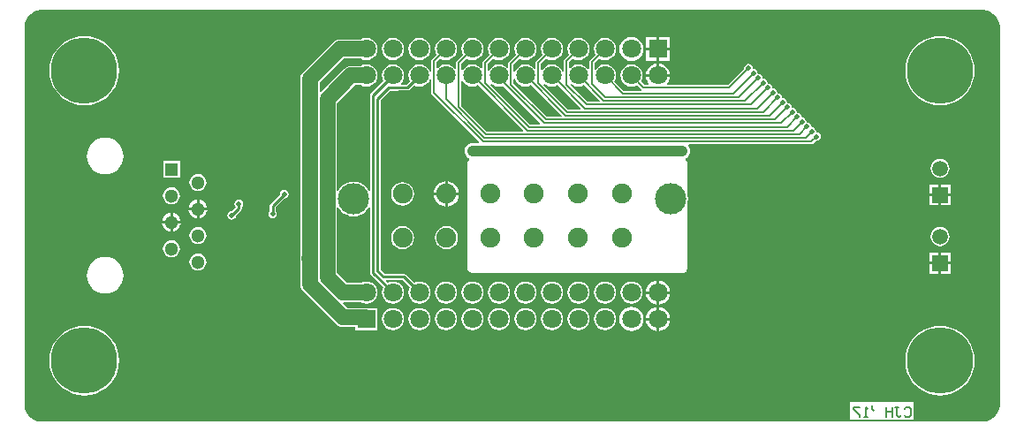
<source format=gbl>
G04 Layer_Physical_Order=2*
G04 Layer_Color=16711680*
%FSLAX25Y25*%
%MOIN*%
G70*
G01*
G75*
%ADD11C,0.01000*%
%ADD12C,0.06000*%
%ADD13C,0.00800*%
%ADD14C,0.00700*%
%ADD15C,0.25000*%
%ADD16C,0.05118*%
%ADD17R,0.05118X0.05118*%
%ADD18C,0.07087*%
%ADD19R,0.07087X0.07087*%
%ADD20C,0.11811*%
%ADD21C,0.07480*%
%ADD22C,0.05905*%
%ADD23R,0.05905X0.05905*%
%ADD24C,0.03600*%
%ADD25C,0.02000*%
%ADD26C,0.04000*%
%ADD27C,0.04000*%
G36*
X179165Y77457D02*
X180412Y76941D01*
X181535Y76190D01*
X182490Y75236D01*
X183240Y74113D01*
X183756Y72865D01*
X184020Y71541D01*
Y70866D01*
Y-70866D01*
Y-71541D01*
X183756Y-72865D01*
X183240Y-74113D01*
X182490Y-75236D01*
X181535Y-76190D01*
X180412Y-76941D01*
X179165Y-77457D01*
X177840Y-77721D01*
X-177840D01*
X-179165Y-77457D01*
X-180412Y-76941D01*
X-181535Y-76190D01*
X-182490Y-75236D01*
X-183240Y-74113D01*
X-183756Y-72865D01*
X-184020Y-71541D01*
Y-70866D01*
Y70866D01*
Y71541D01*
X-183756Y72865D01*
X-183240Y74113D01*
X-182490Y75236D01*
X-181535Y76190D01*
X-180412Y76941D01*
X-179165Y77457D01*
X-177840Y77721D01*
X177840D01*
X179165Y77457D01*
D02*
G37*
%LPC*%
G36*
X45000Y-24797D02*
X43918Y-24940D01*
X42911Y-25357D01*
X42045Y-26021D01*
X41381Y-26887D01*
X40963Y-27895D01*
X40821Y-28976D01*
X40963Y-30058D01*
X41381Y-31066D01*
X42045Y-31931D01*
X42911Y-32596D01*
X43918Y-33013D01*
X45000Y-33155D01*
X46082Y-33013D01*
X47089Y-32596D01*
X47955Y-31931D01*
X48619Y-31066D01*
X49037Y-30058D01*
X49179Y-28976D01*
X49037Y-27895D01*
X48619Y-26887D01*
X47955Y-26021D01*
X47089Y-25357D01*
X46082Y-24940D01*
X45000Y-24797D01*
D02*
G37*
G36*
X35000D02*
X33918Y-24940D01*
X32910Y-25357D01*
X32045Y-26021D01*
X31381Y-26887D01*
X30963Y-27895D01*
X30821Y-28976D01*
X30963Y-30058D01*
X31381Y-31066D01*
X32045Y-31931D01*
X32910Y-32596D01*
X33918Y-33013D01*
X35000Y-33155D01*
X36082Y-33013D01*
X37089Y-32596D01*
X37955Y-31931D01*
X38619Y-31066D01*
X39037Y-30058D01*
X39179Y-28976D01*
X39037Y-27895D01*
X38619Y-26887D01*
X37955Y-26021D01*
X37089Y-25357D01*
X36082Y-24940D01*
X35000Y-24797D01*
D02*
G37*
G36*
X-153543Y-15571D02*
X-154896Y-15705D01*
X-156196Y-16099D01*
X-157395Y-16740D01*
X-158445Y-17602D01*
X-159308Y-18652D01*
X-159948Y-19851D01*
X-160343Y-21151D01*
X-160476Y-22504D01*
X-160343Y-23856D01*
X-159948Y-25157D01*
X-159308Y-26355D01*
X-158445Y-27406D01*
X-157395Y-28268D01*
X-156196Y-28909D01*
X-154896Y-29303D01*
X-153543Y-29436D01*
X-152191Y-29303D01*
X-150890Y-28909D01*
X-149692Y-28268D01*
X-148641Y-27406D01*
X-147779Y-26355D01*
X-147138Y-25157D01*
X-146744Y-23856D01*
X-146611Y-22504D01*
X-146744Y-21151D01*
X-147138Y-19851D01*
X-147779Y-18652D01*
X-148641Y-17602D01*
X-149692Y-16740D01*
X-150890Y-16099D01*
X-152191Y-15705D01*
X-153543Y-15571D01*
D02*
G37*
G36*
X55500Y-24460D02*
Y-28476D01*
X59517D01*
X59426Y-27790D01*
X58969Y-26685D01*
X58240Y-25736D01*
X57291Y-25008D01*
X56186Y-24550D01*
X55500Y-24460D01*
D02*
G37*
G36*
X54500D02*
X53814Y-24550D01*
X52709Y-25008D01*
X51760Y-25736D01*
X51031Y-26685D01*
X50574Y-27790D01*
X50483Y-28476D01*
X54500D01*
Y-24460D01*
D02*
G37*
G36*
X-5000Y-24797D02*
X-6082Y-24940D01*
X-7090Y-25357D01*
X-7955Y-26021D01*
X-8619Y-26887D01*
X-9037Y-27895D01*
X-9179Y-28976D01*
X-9037Y-30058D01*
X-8619Y-31066D01*
X-7955Y-31931D01*
X-7090Y-32596D01*
X-6082Y-33013D01*
X-5000Y-33155D01*
X-3918Y-33013D01*
X-2911Y-32596D01*
X-2045Y-31931D01*
X-1381Y-31066D01*
X-963Y-30058D01*
X-821Y-28976D01*
X-963Y-27895D01*
X-1381Y-26887D01*
X-2045Y-26021D01*
X-2911Y-25357D01*
X-3918Y-24940D01*
X-5000Y-24797D01*
D02*
G37*
G36*
X-15000D02*
X-16082Y-24940D01*
X-17089Y-25357D01*
X-17955Y-26021D01*
X-18619Y-26887D01*
X-19037Y-27895D01*
X-19179Y-28976D01*
X-19037Y-30058D01*
X-18619Y-31066D01*
X-17955Y-31931D01*
X-17089Y-32596D01*
X-16082Y-33013D01*
X-15000Y-33155D01*
X-13918Y-33013D01*
X-12911Y-32596D01*
X-12045Y-31931D01*
X-11381Y-31066D01*
X-10963Y-30058D01*
X-10821Y-28976D01*
X-10963Y-27895D01*
X-11381Y-26887D01*
X-12045Y-26021D01*
X-12911Y-25357D01*
X-13918Y-24940D01*
X-15000Y-24797D01*
D02*
G37*
G36*
X5000D02*
X3918Y-24940D01*
X2911Y-25357D01*
X2045Y-26021D01*
X1381Y-26887D01*
X963Y-27895D01*
X821Y-28976D01*
X963Y-30058D01*
X1381Y-31066D01*
X2045Y-31931D01*
X2911Y-32596D01*
X3918Y-33013D01*
X5000Y-33155D01*
X6082Y-33013D01*
X7090Y-32596D01*
X7955Y-31931D01*
X8619Y-31066D01*
X9037Y-30058D01*
X9179Y-28976D01*
X9037Y-27895D01*
X8619Y-26887D01*
X7955Y-26021D01*
X7090Y-25357D01*
X6082Y-24940D01*
X5000Y-24797D01*
D02*
G37*
G36*
X25000D02*
X23918Y-24940D01*
X22910Y-25357D01*
X22045Y-26021D01*
X21381Y-26887D01*
X20963Y-27895D01*
X20821Y-28976D01*
X20963Y-30058D01*
X21381Y-31066D01*
X22045Y-31931D01*
X22910Y-32596D01*
X23918Y-33013D01*
X25000Y-33155D01*
X26082Y-33013D01*
X27090Y-32596D01*
X27955Y-31931D01*
X28619Y-31066D01*
X29037Y-30058D01*
X29179Y-28976D01*
X29037Y-27895D01*
X28619Y-26887D01*
X27955Y-26021D01*
X27090Y-25357D01*
X26082Y-24940D01*
X25000Y-24797D01*
D02*
G37*
G36*
X15000D02*
X13918Y-24940D01*
X12911Y-25357D01*
X12045Y-26021D01*
X11381Y-26887D01*
X10963Y-27895D01*
X10821Y-28976D01*
X10963Y-30058D01*
X11381Y-31066D01*
X12045Y-31931D01*
X12911Y-32596D01*
X13918Y-33013D01*
X15000Y-33155D01*
X16082Y-33013D01*
X17089Y-32596D01*
X17955Y-31931D01*
X18619Y-31066D01*
X19037Y-30058D01*
X19179Y-28976D01*
X19037Y-27895D01*
X18619Y-26887D01*
X17955Y-26021D01*
X17089Y-25357D01*
X16082Y-24940D01*
X15000Y-24797D01*
D02*
G37*
G36*
X-41339Y-3890D02*
X-42472Y-4039D01*
X-43527Y-4477D01*
X-44434Y-5172D01*
X-45130Y-6079D01*
X-45567Y-7135D01*
X-45716Y-8268D01*
X-45567Y-9401D01*
X-45130Y-10457D01*
X-44434Y-11363D01*
X-43527Y-12059D01*
X-42472Y-12496D01*
X-41339Y-12645D01*
X-40206Y-12496D01*
X-39150Y-12059D01*
X-38243Y-11363D01*
X-37547Y-10457D01*
X-37110Y-9401D01*
X-36961Y-8268D01*
X-37110Y-7135D01*
X-37547Y-6079D01*
X-38243Y-5172D01*
X-39150Y-4477D01*
X-40206Y-4039D01*
X-41339Y-3890D01*
D02*
G37*
G36*
X-128543Y-9318D02*
X-129368Y-9426D01*
X-130137Y-9745D01*
X-130796Y-10251D01*
X-131303Y-10911D01*
X-131621Y-11679D01*
X-131730Y-12504D01*
X-131621Y-13329D01*
X-131303Y-14097D01*
X-130796Y-14757D01*
X-130137Y-15263D01*
X-129368Y-15582D01*
X-128543Y-15690D01*
X-127719Y-15582D01*
X-126950Y-15263D01*
X-126290Y-14757D01*
X-125784Y-14097D01*
X-125466Y-13329D01*
X-125357Y-12504D01*
X-125466Y-11679D01*
X-125784Y-10911D01*
X-126290Y-10251D01*
X-126950Y-9745D01*
X-127719Y-9426D01*
X-128543Y-9318D01*
D02*
G37*
G36*
X-24803Y-3890D02*
X-25936Y-4039D01*
X-26992Y-4477D01*
X-27899Y-5172D01*
X-28594Y-6079D01*
X-29032Y-7135D01*
X-29181Y-8268D01*
X-29032Y-9401D01*
X-28594Y-10457D01*
X-27899Y-11363D01*
X-26992Y-12059D01*
X-25936Y-12496D01*
X-24803Y-12645D01*
X-23670Y-12496D01*
X-22614Y-12059D01*
X-21708Y-11363D01*
X-21012Y-10457D01*
X-20575Y-9401D01*
X-20426Y-8268D01*
X-20575Y-7135D01*
X-21012Y-6079D01*
X-21708Y-5172D01*
X-22614Y-4477D01*
X-23670Y-4039D01*
X-24803Y-3890D01*
D02*
G37*
G36*
X-118543Y-4318D02*
X-119368Y-4426D01*
X-120136Y-4744D01*
X-120796Y-5251D01*
X-121303Y-5911D01*
X-121621Y-6679D01*
X-121730Y-7504D01*
X-121621Y-8329D01*
X-121303Y-9097D01*
X-120796Y-9757D01*
X-120136Y-10263D01*
X-119368Y-10582D01*
X-118543Y-10690D01*
X-117719Y-10582D01*
X-116950Y-10263D01*
X-116290Y-9757D01*
X-115784Y-9097D01*
X-115466Y-8329D01*
X-115357Y-7504D01*
X-115466Y-6679D01*
X-115784Y-5911D01*
X-116290Y-5251D01*
X-116950Y-4744D01*
X-117719Y-4426D01*
X-118543Y-4318D01*
D02*
G37*
G36*
X161417Y-4291D02*
X160490Y-4413D01*
X159626Y-4771D01*
X158884Y-5340D01*
X158314Y-6082D01*
X157956Y-6947D01*
X157834Y-7874D01*
X157956Y-8801D01*
X158314Y-9666D01*
X158884Y-10408D01*
X159626Y-10977D01*
X160490Y-11335D01*
X161417Y-11457D01*
X162345Y-11335D01*
X163209Y-10977D01*
X163951Y-10408D01*
X164521Y-9666D01*
X164879Y-8801D01*
X165001Y-7874D01*
X164879Y-6947D01*
X164521Y-6082D01*
X163951Y-5340D01*
X163209Y-4771D01*
X162345Y-4413D01*
X161417Y-4291D01*
D02*
G37*
G36*
X165370Y-18374D02*
X161917D01*
Y-21827D01*
X165370D01*
Y-18374D01*
D02*
G37*
G36*
X160917D02*
X157465D01*
Y-21827D01*
X160917D01*
Y-18374D01*
D02*
G37*
G36*
X-118543Y-14318D02*
X-119368Y-14426D01*
X-120136Y-14744D01*
X-120796Y-15251D01*
X-121303Y-15911D01*
X-121621Y-16679D01*
X-121730Y-17504D01*
X-121621Y-18329D01*
X-121303Y-19097D01*
X-120796Y-19757D01*
X-120136Y-20263D01*
X-119368Y-20582D01*
X-118543Y-20690D01*
X-117719Y-20582D01*
X-116950Y-20263D01*
X-116290Y-19757D01*
X-115784Y-19097D01*
X-115466Y-18329D01*
X-115357Y-17504D01*
X-115466Y-16679D01*
X-115784Y-15911D01*
X-116290Y-15251D01*
X-116950Y-14744D01*
X-117719Y-14426D01*
X-118543Y-14318D01*
D02*
G37*
G36*
X165370Y-13921D02*
X161917D01*
Y-17374D01*
X165370D01*
Y-13921D01*
D02*
G37*
G36*
X160917D02*
X157465D01*
Y-17374D01*
X160917D01*
Y-13921D01*
D02*
G37*
G36*
X-45000Y-34797D02*
X-46082Y-34940D01*
X-47089Y-35357D01*
X-47955Y-36021D01*
X-48619Y-36887D01*
X-49037Y-37895D01*
X-49179Y-38976D01*
X-49037Y-40058D01*
X-48619Y-41066D01*
X-47955Y-41931D01*
X-47089Y-42595D01*
X-46082Y-43013D01*
X-45000Y-43155D01*
X-43918Y-43013D01*
X-42911Y-42595D01*
X-42045Y-41931D01*
X-41381Y-41066D01*
X-40963Y-40058D01*
X-40821Y-38976D01*
X-40963Y-37895D01*
X-41381Y-36887D01*
X-42045Y-36021D01*
X-42911Y-35357D01*
X-43918Y-34940D01*
X-45000Y-34797D01*
D02*
G37*
G36*
X59517Y-39476D02*
X55500D01*
Y-43493D01*
X56186Y-43403D01*
X57291Y-42945D01*
X58240Y-42217D01*
X58969Y-41268D01*
X59426Y-40162D01*
X59517Y-39476D01*
D02*
G37*
G36*
X-35000Y-34797D02*
X-36082Y-34940D01*
X-37089Y-35357D01*
X-37955Y-36021D01*
X-38619Y-36887D01*
X-39037Y-37895D01*
X-39179Y-38976D01*
X-39037Y-40058D01*
X-38619Y-41066D01*
X-37955Y-41931D01*
X-37089Y-42595D01*
X-36082Y-43013D01*
X-35000Y-43155D01*
X-33918Y-43013D01*
X-32910Y-42595D01*
X-32045Y-41931D01*
X-31381Y-41066D01*
X-30963Y-40058D01*
X-30821Y-38976D01*
X-30963Y-37895D01*
X-31381Y-36887D01*
X-32045Y-36021D01*
X-32910Y-35357D01*
X-33918Y-34940D01*
X-35000Y-34797D01*
D02*
G37*
G36*
X-15000D02*
X-16082Y-34940D01*
X-17089Y-35357D01*
X-17955Y-36021D01*
X-18619Y-36887D01*
X-19037Y-37895D01*
X-19179Y-38976D01*
X-19037Y-40058D01*
X-18619Y-41066D01*
X-17955Y-41931D01*
X-17089Y-42595D01*
X-16082Y-43013D01*
X-15000Y-43155D01*
X-13918Y-43013D01*
X-12911Y-42595D01*
X-12045Y-41931D01*
X-11381Y-41066D01*
X-10963Y-40058D01*
X-10821Y-38976D01*
X-10963Y-37895D01*
X-11381Y-36887D01*
X-12045Y-36021D01*
X-12911Y-35357D01*
X-13918Y-34940D01*
X-15000Y-34797D01*
D02*
G37*
G36*
X-25000D02*
X-26082Y-34940D01*
X-27090Y-35357D01*
X-27955Y-36021D01*
X-28619Y-36887D01*
X-29037Y-37895D01*
X-29179Y-38976D01*
X-29037Y-40058D01*
X-28619Y-41066D01*
X-27955Y-41931D01*
X-27090Y-42595D01*
X-26082Y-43013D01*
X-25000Y-43155D01*
X-23918Y-43013D01*
X-22910Y-42595D01*
X-22045Y-41931D01*
X-21381Y-41066D01*
X-20963Y-40058D01*
X-20821Y-38976D01*
X-20963Y-37895D01*
X-21381Y-36887D01*
X-22045Y-36021D01*
X-22910Y-35357D01*
X-23918Y-34940D01*
X-25000Y-34797D01*
D02*
G37*
G36*
X-161417Y-41584D02*
X-163473Y-41746D01*
X-165478Y-42227D01*
X-167383Y-43016D01*
X-169141Y-44093D01*
X-170709Y-45433D01*
X-172048Y-47001D01*
X-173126Y-48759D01*
X-173915Y-50664D01*
X-174396Y-52669D01*
X-174558Y-54724D01*
X-174396Y-56780D01*
X-173915Y-58785D01*
X-173126Y-60690D01*
X-172048Y-62448D01*
X-170709Y-64016D01*
X-169141Y-65355D01*
X-167383Y-66433D01*
X-165478Y-67222D01*
X-163473Y-67703D01*
X-161417Y-67865D01*
X-159362Y-67703D01*
X-157357Y-67222D01*
X-155452Y-66433D01*
X-153693Y-65355D01*
X-152126Y-64016D01*
X-150786Y-62448D01*
X-149709Y-60690D01*
X-148920Y-58785D01*
X-148439Y-56780D01*
X-148277Y-54724D01*
X-148439Y-52669D01*
X-148920Y-50664D01*
X-149709Y-48759D01*
X-150786Y-47001D01*
X-152126Y-45433D01*
X-153693Y-44093D01*
X-155452Y-43016D01*
X-157357Y-42227D01*
X-159362Y-41746D01*
X-161417Y-41584D01*
D02*
G37*
G36*
X151584Y-70414D02*
X127408D01*
Y-77096D01*
X151584D01*
Y-70414D01*
D02*
G37*
G36*
X161417Y-41584D02*
X159362Y-41746D01*
X157357Y-42227D01*
X155452Y-43016D01*
X153693Y-44093D01*
X152126Y-45433D01*
X150786Y-47001D01*
X149709Y-48759D01*
X148920Y-50664D01*
X148439Y-52669D01*
X148277Y-54724D01*
X148439Y-56780D01*
X148920Y-58785D01*
X149709Y-60690D01*
X150786Y-62448D01*
X152126Y-64016D01*
X153693Y-65355D01*
X155452Y-66433D01*
X157357Y-67222D01*
X159362Y-67703D01*
X161417Y-67865D01*
X163473Y-67703D01*
X165478Y-67222D01*
X167383Y-66433D01*
X169141Y-65355D01*
X170709Y-64016D01*
X172048Y-62448D01*
X173126Y-60690D01*
X173915Y-58785D01*
X174396Y-56780D01*
X174558Y-54724D01*
X174396Y-52669D01*
X173915Y-50664D01*
X173126Y-48759D01*
X172048Y-47001D01*
X170709Y-45433D01*
X169141Y-44093D01*
X167383Y-43016D01*
X165478Y-42227D01*
X163473Y-41746D01*
X161417Y-41584D01*
D02*
G37*
G36*
X54500Y-39476D02*
X50483D01*
X50574Y-40162D01*
X51031Y-41268D01*
X51760Y-42217D01*
X52709Y-42945D01*
X53814Y-43403D01*
X54500Y-43493D01*
Y-39476D01*
D02*
G37*
G36*
X45000Y-34394D02*
X43814Y-34550D01*
X42709Y-35008D01*
X41760Y-35736D01*
X41031Y-36685D01*
X40574Y-37790D01*
X40418Y-38976D01*
X40574Y-40162D01*
X41031Y-41268D01*
X41760Y-42217D01*
X42709Y-42945D01*
X43814Y-43403D01*
X45000Y-43559D01*
X46186Y-43403D01*
X47291Y-42945D01*
X48240Y-42217D01*
X48969Y-41268D01*
X49426Y-40162D01*
X49582Y-38976D01*
X49426Y-37790D01*
X48969Y-36685D01*
X48240Y-35736D01*
X47291Y-35008D01*
X46186Y-34550D01*
X45000Y-34394D01*
D02*
G37*
G36*
X55500Y-34460D02*
Y-38476D01*
X59517D01*
X59426Y-37790D01*
X58969Y-36685D01*
X58240Y-35736D01*
X57291Y-35008D01*
X56186Y-34550D01*
X55500Y-34460D01*
D02*
G37*
G36*
X54500D02*
X53814Y-34550D01*
X52709Y-35008D01*
X51760Y-35736D01*
X51031Y-36685D01*
X50574Y-37790D01*
X50483Y-38476D01*
X54500D01*
Y-34460D01*
D02*
G37*
G36*
Y-29476D02*
X50483D01*
X50574Y-30162D01*
X51031Y-31268D01*
X51760Y-32217D01*
X52709Y-32945D01*
X53814Y-33403D01*
X54500Y-33493D01*
Y-29476D01*
D02*
G37*
G36*
X-25000Y-24797D02*
X-26082Y-24940D01*
X-27090Y-25357D01*
X-27955Y-26021D01*
X-28619Y-26887D01*
X-29037Y-27895D01*
X-29179Y-28976D01*
X-29037Y-30058D01*
X-28619Y-31066D01*
X-27955Y-31931D01*
X-27090Y-32596D01*
X-26082Y-33013D01*
X-25000Y-33155D01*
X-23918Y-33013D01*
X-22910Y-32596D01*
X-22045Y-31931D01*
X-21381Y-31066D01*
X-20963Y-30058D01*
X-20821Y-28976D01*
X-20963Y-27895D01*
X-21381Y-26887D01*
X-22045Y-26021D01*
X-22910Y-25357D01*
X-23918Y-24940D01*
X-25000Y-24797D01*
D02*
G37*
G36*
X59517Y-29476D02*
X55500D01*
Y-33493D01*
X56186Y-33403D01*
X57291Y-32945D01*
X58240Y-32217D01*
X58969Y-31268D01*
X59426Y-30162D01*
X59517Y-29476D01*
D02*
G37*
G36*
X5000Y-34797D02*
X3918Y-34940D01*
X2911Y-35357D01*
X2045Y-36021D01*
X1381Y-36887D01*
X963Y-37895D01*
X821Y-38976D01*
X963Y-40058D01*
X1381Y-41066D01*
X2045Y-41931D01*
X2911Y-42595D01*
X3918Y-43013D01*
X5000Y-43155D01*
X6082Y-43013D01*
X7090Y-42595D01*
X7955Y-41931D01*
X8619Y-41066D01*
X9037Y-40058D01*
X9179Y-38976D01*
X9037Y-37895D01*
X8619Y-36887D01*
X7955Y-36021D01*
X7090Y-35357D01*
X6082Y-34940D01*
X5000Y-34797D01*
D02*
G37*
G36*
X-5000D02*
X-6082Y-34940D01*
X-7090Y-35357D01*
X-7955Y-36021D01*
X-8619Y-36887D01*
X-9037Y-37895D01*
X-9179Y-38976D01*
X-9037Y-40058D01*
X-8619Y-41066D01*
X-7955Y-41931D01*
X-7090Y-42595D01*
X-6082Y-43013D01*
X-5000Y-43155D01*
X-3918Y-43013D01*
X-2911Y-42595D01*
X-2045Y-41931D01*
X-1381Y-41066D01*
X-963Y-40058D01*
X-821Y-38976D01*
X-963Y-37895D01*
X-1381Y-36887D01*
X-2045Y-36021D01*
X-2911Y-35357D01*
X-3918Y-34940D01*
X-5000Y-34797D01*
D02*
G37*
G36*
X15000D02*
X13918Y-34940D01*
X12911Y-35357D01*
X12045Y-36021D01*
X11381Y-36887D01*
X10963Y-37895D01*
X10821Y-38976D01*
X10963Y-40058D01*
X11381Y-41066D01*
X12045Y-41931D01*
X12911Y-42595D01*
X13918Y-43013D01*
X15000Y-43155D01*
X16082Y-43013D01*
X17089Y-42595D01*
X17955Y-41931D01*
X18619Y-41066D01*
X19037Y-40058D01*
X19179Y-38976D01*
X19037Y-37895D01*
X18619Y-36887D01*
X17955Y-36021D01*
X17089Y-35357D01*
X16082Y-34940D01*
X15000Y-34797D01*
D02*
G37*
G36*
X35000D02*
X33918Y-34940D01*
X32910Y-35357D01*
X32045Y-36021D01*
X31381Y-36887D01*
X30963Y-37895D01*
X30821Y-38976D01*
X30963Y-40058D01*
X31381Y-41066D01*
X32045Y-41931D01*
X32910Y-42595D01*
X33918Y-43013D01*
X35000Y-43155D01*
X36082Y-43013D01*
X37089Y-42595D01*
X37955Y-41931D01*
X38619Y-41066D01*
X39037Y-40058D01*
X39179Y-38976D01*
X39037Y-37895D01*
X38619Y-36887D01*
X37955Y-36021D01*
X37089Y-35357D01*
X36082Y-34940D01*
X35000Y-34797D01*
D02*
G37*
G36*
X25000D02*
X23918Y-34940D01*
X22910Y-35357D01*
X22045Y-36021D01*
X21381Y-36887D01*
X20963Y-37895D01*
X20821Y-38976D01*
X20963Y-40058D01*
X21381Y-41066D01*
X22045Y-41931D01*
X22910Y-42595D01*
X23918Y-43013D01*
X25000Y-43155D01*
X26082Y-43013D01*
X27090Y-42595D01*
X27955Y-41931D01*
X28619Y-41066D01*
X29037Y-40058D01*
X29179Y-38976D01*
X29037Y-37895D01*
X28619Y-36887D01*
X27955Y-36021D01*
X27090Y-35357D01*
X26082Y-34940D01*
X25000Y-34797D01*
D02*
G37*
G36*
X-161417Y67865D02*
X-163473Y67703D01*
X-165478Y67222D01*
X-167383Y66433D01*
X-169141Y65355D01*
X-170709Y64016D01*
X-172048Y62448D01*
X-173126Y60690D01*
X-173915Y58785D01*
X-174396Y56780D01*
X-174558Y54724D01*
X-174396Y52669D01*
X-173915Y50664D01*
X-173126Y48759D01*
X-172048Y47001D01*
X-170709Y45433D01*
X-169141Y44093D01*
X-167383Y43016D01*
X-165478Y42227D01*
X-163473Y41746D01*
X-161417Y41584D01*
X-159362Y41746D01*
X-157357Y42227D01*
X-155452Y43016D01*
X-153693Y44093D01*
X-152126Y45433D01*
X-150786Y47001D01*
X-149709Y48759D01*
X-148920Y50664D01*
X-148439Y52669D01*
X-148277Y54724D01*
X-148439Y56780D01*
X-148920Y58785D01*
X-149709Y60690D01*
X-150786Y62448D01*
X-152126Y64016D01*
X-153693Y65355D01*
X-155452Y66433D01*
X-157357Y67222D01*
X-159362Y67703D01*
X-161417Y67865D01*
D02*
G37*
G36*
X-153543Y29436D02*
X-154896Y29303D01*
X-156196Y28909D01*
X-157395Y28268D01*
X-158445Y27406D01*
X-159308Y26355D01*
X-159948Y25157D01*
X-160343Y23856D01*
X-160476Y22504D01*
X-160343Y21151D01*
X-159948Y19851D01*
X-159308Y18652D01*
X-158445Y17602D01*
X-157395Y16740D01*
X-156196Y16099D01*
X-154896Y15705D01*
X-153543Y15571D01*
X-152191Y15705D01*
X-150890Y16099D01*
X-149692Y16740D01*
X-148641Y17602D01*
X-147779Y18652D01*
X-147138Y19851D01*
X-146744Y21151D01*
X-146611Y22504D01*
X-146744Y23856D01*
X-147138Y25157D01*
X-147779Y26355D01*
X-148641Y27406D01*
X-149692Y28268D01*
X-150890Y28909D01*
X-152191Y29303D01*
X-153543Y29436D01*
D02*
G37*
G36*
X54500Y57430D02*
X53814Y57340D01*
X52709Y56882D01*
X51760Y56154D01*
X51031Y55205D01*
X50574Y54099D01*
X50483Y53413D01*
X54500D01*
Y57430D01*
D02*
G37*
G36*
X161417Y67865D02*
X159362Y67703D01*
X157357Y67222D01*
X155452Y66433D01*
X153693Y65355D01*
X152126Y64016D01*
X150786Y62448D01*
X149709Y60690D01*
X148920Y58785D01*
X148439Y56780D01*
X148277Y54724D01*
X148439Y52669D01*
X148920Y50664D01*
X149709Y48759D01*
X150786Y47001D01*
X152126Y45433D01*
X153693Y44093D01*
X155452Y43016D01*
X157357Y42227D01*
X159362Y41746D01*
X161417Y41584D01*
X163473Y41746D01*
X165478Y42227D01*
X167383Y43016D01*
X169141Y44093D01*
X170709Y45433D01*
X172048Y47001D01*
X173126Y48759D01*
X173915Y50664D01*
X174396Y52669D01*
X174558Y54724D01*
X174396Y56780D01*
X173915Y58785D01*
X173126Y60690D01*
X172048Y62448D01*
X170709Y64016D01*
X169141Y65355D01*
X167383Y66433D01*
X165478Y67222D01*
X163473Y67703D01*
X161417Y67865D01*
D02*
G37*
G36*
X-125384Y20655D02*
X-131702D01*
Y14337D01*
X-125384D01*
Y20655D01*
D02*
G37*
G36*
X-24303Y12983D02*
Y8768D01*
X-20088D01*
X-20185Y9505D01*
X-20663Y10658D01*
X-21422Y11648D01*
X-22413Y12408D01*
X-23566Y12886D01*
X-24303Y12983D01*
D02*
G37*
G36*
X-25303D02*
X-26041Y12886D01*
X-27194Y12408D01*
X-28184Y11648D01*
X-28944Y10658D01*
X-29421Y9505D01*
X-29518Y8768D01*
X-25303D01*
Y12983D01*
D02*
G37*
G36*
X161417Y21457D02*
X160490Y21335D01*
X159626Y20977D01*
X158884Y20408D01*
X158314Y19666D01*
X157956Y18801D01*
X157834Y17874D01*
X157956Y16947D01*
X158314Y16082D01*
X158884Y15340D01*
X159626Y14771D01*
X160490Y14413D01*
X161417Y14291D01*
X162345Y14413D01*
X163209Y14771D01*
X163951Y15340D01*
X164521Y16082D01*
X164879Y16947D01*
X165001Y17874D01*
X164879Y18801D01*
X164521Y19666D01*
X163951Y20408D01*
X163209Y20977D01*
X162345Y21335D01*
X161417Y21457D01*
D02*
G37*
G36*
X-118543Y15682D02*
X-119368Y15574D01*
X-120136Y15256D01*
X-120796Y14749D01*
X-121303Y14089D01*
X-121621Y13321D01*
X-121730Y12496D01*
X-121621Y11671D01*
X-121303Y10903D01*
X-120796Y10243D01*
X-120136Y9737D01*
X-119368Y9418D01*
X-118543Y9310D01*
X-117719Y9418D01*
X-116950Y9737D01*
X-116290Y10243D01*
X-115784Y10903D01*
X-115466Y11671D01*
X-115357Y12496D01*
X-115466Y13321D01*
X-115784Y14089D01*
X-116290Y14749D01*
X-116950Y15256D01*
X-117719Y15574D01*
X-118543Y15682D01*
D02*
G37*
G36*
X35000Y67092D02*
X33918Y66950D01*
X32910Y66533D01*
X32045Y65868D01*
X31381Y65003D01*
X30963Y63995D01*
X30821Y62913D01*
X30963Y61832D01*
X31381Y60824D01*
X31419Y60774D01*
X29285Y58640D01*
X29063Y58309D01*
X28986Y57919D01*
Y55346D01*
X28486Y55177D01*
X27955Y55868D01*
X27090Y56533D01*
X26082Y56950D01*
X25000Y57092D01*
X23918Y56950D01*
X22910Y56533D01*
X22045Y55868D01*
X21908Y55690D01*
X21434Y55850D01*
Y57906D01*
X22861Y59332D01*
X22910Y59294D01*
X23918Y58877D01*
X25000Y58734D01*
X26082Y58877D01*
X27090Y59294D01*
X27955Y59958D01*
X28619Y60824D01*
X29037Y61832D01*
X29179Y62913D01*
X29037Y63995D01*
X28619Y65003D01*
X27955Y65868D01*
X27090Y66533D01*
X26082Y66950D01*
X25000Y67092D01*
X23918Y66950D01*
X22910Y66533D01*
X22045Y65868D01*
X21381Y65003D01*
X20963Y63995D01*
X20821Y62913D01*
X20963Y61832D01*
X21381Y60824D01*
X21419Y60774D01*
X19694Y59049D01*
X19473Y58718D01*
X19395Y58328D01*
Y54436D01*
X18895Y54337D01*
X18619Y55003D01*
X17955Y55868D01*
X17089Y56533D01*
X16082Y56950D01*
X15000Y57092D01*
X13918Y56950D01*
X12911Y56533D01*
X12045Y55868D01*
X11381Y55003D01*
X11316Y54846D01*
X10816Y54946D01*
Y57287D01*
X12861Y59332D01*
X12911Y59294D01*
X13918Y58877D01*
X15000Y58734D01*
X16082Y58877D01*
X17089Y59294D01*
X17955Y59958D01*
X18619Y60824D01*
X19037Y61832D01*
X19179Y62913D01*
X19037Y63995D01*
X18619Y65003D01*
X17955Y65868D01*
X17089Y66533D01*
X16082Y66950D01*
X15000Y67092D01*
X13918Y66950D01*
X12911Y66533D01*
X12045Y65868D01*
X11381Y65003D01*
X10963Y63995D01*
X10821Y62913D01*
X10963Y61832D01*
X11381Y60824D01*
X11419Y60774D01*
X9075Y58431D01*
X8854Y58100D01*
X8777Y57710D01*
Y55619D01*
X8277Y55449D01*
X7955Y55868D01*
X7090Y56533D01*
X6082Y56950D01*
X5000Y57092D01*
X3918Y56950D01*
X2911Y56533D01*
X2045Y55868D01*
X1381Y55003D01*
X1063Y54235D01*
X563Y54335D01*
Y57034D01*
X2861Y59332D01*
X2911Y59294D01*
X3918Y58877D01*
X5000Y58734D01*
X6082Y58877D01*
X7090Y59294D01*
X7955Y59958D01*
X8619Y60824D01*
X9037Y61832D01*
X9179Y62913D01*
X9037Y63995D01*
X8619Y65003D01*
X7955Y65868D01*
X7090Y66533D01*
X6082Y66950D01*
X5000Y67092D01*
X3918Y66950D01*
X2911Y66533D01*
X2045Y65868D01*
X1381Y65003D01*
X963Y63995D01*
X821Y62913D01*
X963Y61832D01*
X1381Y60824D01*
X1419Y60774D01*
X-1178Y58178D01*
X-1399Y57847D01*
X-1476Y57457D01*
Y55905D01*
X-1950Y55744D01*
X-2045Y55868D01*
X-2911Y56533D01*
X-3918Y56950D01*
X-5000Y57092D01*
X-6082Y56950D01*
X-7090Y56533D01*
X-7955Y55868D01*
X-8619Y55003D01*
X-8732Y54731D01*
X-9232Y54830D01*
Y57240D01*
X-7139Y59332D01*
X-7090Y59294D01*
X-6082Y58877D01*
X-5000Y58734D01*
X-3918Y58877D01*
X-2911Y59294D01*
X-2045Y59958D01*
X-1381Y60824D01*
X-963Y61832D01*
X-821Y62913D01*
X-963Y63995D01*
X-1381Y65003D01*
X-2045Y65868D01*
X-2911Y66533D01*
X-3918Y66950D01*
X-5000Y67092D01*
X-6082Y66950D01*
X-7090Y66533D01*
X-7955Y65868D01*
X-8619Y65003D01*
X-9037Y63995D01*
X-9179Y62913D01*
X-9037Y61832D01*
X-8619Y60824D01*
X-8581Y60774D01*
X-10972Y58383D01*
X-11193Y58052D01*
X-11271Y57662D01*
Y55681D01*
X-11771Y55511D01*
X-12045Y55868D01*
X-12911Y56533D01*
X-13918Y56950D01*
X-15000Y57092D01*
X-16082Y56950D01*
X-17089Y56533D01*
X-17955Y55868D01*
X-18619Y55003D01*
X-18622Y54997D01*
X-19122Y55097D01*
Y57350D01*
X-17139Y59332D01*
X-17089Y59294D01*
X-16082Y58877D01*
X-15000Y58734D01*
X-13918Y58877D01*
X-12911Y59294D01*
X-12045Y59958D01*
X-11381Y60824D01*
X-10963Y61832D01*
X-10821Y62913D01*
X-10963Y63995D01*
X-11381Y65003D01*
X-12045Y65868D01*
X-12911Y66533D01*
X-13918Y66950D01*
X-15000Y67092D01*
X-16082Y66950D01*
X-17089Y66533D01*
X-17955Y65868D01*
X-18619Y65003D01*
X-19037Y63995D01*
X-19179Y62913D01*
X-19037Y61832D01*
X-18619Y60824D01*
X-18581Y60774D01*
X-20862Y58493D01*
X-21083Y58162D01*
X-21161Y57772D01*
Y55537D01*
X-21661Y55368D01*
X-22045Y55868D01*
X-22910Y56533D01*
X-23918Y56950D01*
X-25000Y57092D01*
X-26082Y56950D01*
X-27090Y56533D01*
X-27955Y55868D01*
X-28102Y55677D01*
X-28575Y55838D01*
Y57897D01*
X-27139Y59332D01*
X-27090Y59294D01*
X-26082Y58877D01*
X-25000Y58734D01*
X-23918Y58877D01*
X-22910Y59294D01*
X-22045Y59958D01*
X-21381Y60824D01*
X-20963Y61832D01*
X-20821Y62913D01*
X-20963Y63995D01*
X-21381Y65003D01*
X-22045Y65868D01*
X-22910Y66533D01*
X-23918Y66950D01*
X-25000Y67092D01*
X-26082Y66950D01*
X-27090Y66533D01*
X-27955Y65868D01*
X-28619Y65003D01*
X-29037Y63995D01*
X-29179Y62913D01*
X-29037Y61832D01*
X-28619Y60824D01*
X-28581Y60774D01*
X-30316Y59040D01*
X-30537Y58709D01*
X-30614Y58319D01*
Y54459D01*
X-31114Y54359D01*
X-31381Y55003D01*
X-32045Y55868D01*
X-32910Y56533D01*
X-33918Y56950D01*
X-35000Y57092D01*
X-36082Y56950D01*
X-37089Y56533D01*
X-37955Y55868D01*
X-38619Y55003D01*
X-39037Y53995D01*
X-39179Y52913D01*
X-39037Y51832D01*
X-38636Y50864D01*
X-40028Y49471D01*
X-41902D01*
X-42009Y49786D01*
X-42035Y49971D01*
X-41381Y50824D01*
X-40963Y51832D01*
X-40821Y52913D01*
X-40963Y53995D01*
X-41381Y55003D01*
X-42045Y55868D01*
X-42911Y56533D01*
X-43918Y56950D01*
X-45000Y57092D01*
X-46082Y56950D01*
X-47089Y56533D01*
X-47955Y55868D01*
X-48619Y55003D01*
X-49037Y53995D01*
X-49179Y52913D01*
X-49037Y51832D01*
X-48636Y50864D01*
X-53217Y46283D01*
X-53460Y45919D01*
X-53545Y45489D01*
X-53545Y45489D01*
Y9379D01*
X-54045Y9254D01*
X-54407Y9931D01*
X-55220Y10922D01*
X-56211Y11734D01*
X-57341Y12339D01*
X-58567Y12711D01*
X-59842Y12836D01*
X-61118Y12711D01*
X-62344Y12339D01*
X-63474Y11734D01*
X-64465Y10922D01*
X-65278Y9931D01*
X-65566Y9391D01*
X-66066Y9517D01*
Y42471D01*
X-59255Y49282D01*
X-57061D01*
X-56082Y48877D01*
X-55000Y48734D01*
X-53918Y48877D01*
X-52911Y49294D01*
X-52045Y49958D01*
X-51381Y50824D01*
X-50963Y51832D01*
X-50821Y52913D01*
X-50963Y53995D01*
X-51381Y55003D01*
X-52045Y55868D01*
X-52911Y56533D01*
X-53918Y56950D01*
X-55000Y57092D01*
X-56082Y56950D01*
X-57061Y56544D01*
X-60759D01*
X-61699Y56421D01*
X-62574Y56058D01*
X-63327Y55481D01*
X-72166Y46641D01*
X-72666Y46781D01*
Y50065D01*
X-63449Y59282D01*
X-57061D01*
X-56082Y58877D01*
X-55000Y58734D01*
X-53918Y58877D01*
X-52911Y59294D01*
X-52045Y59958D01*
X-51381Y60824D01*
X-50963Y61832D01*
X-50821Y62913D01*
X-50963Y63995D01*
X-51381Y65003D01*
X-52045Y65868D01*
X-52911Y66533D01*
X-53918Y66950D01*
X-55000Y67092D01*
X-56082Y66950D01*
X-57061Y66544D01*
X-64953D01*
X-65892Y66421D01*
X-66768Y66058D01*
X-67520Y65481D01*
X-78865Y54136D01*
X-79442Y53384D01*
X-79805Y52509D01*
X-79928Y51569D01*
Y-15082D01*
X-80043Y-15952D01*
Y-16357D01*
X-79928Y-17227D01*
Y-25870D01*
X-79805Y-26810D01*
X-79442Y-27686D01*
X-78865Y-28438D01*
X-66304Y-40998D01*
X-66304Y-40998D01*
X-65552Y-41575D01*
X-64677Y-41938D01*
X-63737Y-42062D01*
X-59143D01*
Y-43120D01*
X-50857D01*
Y-34833D01*
X-55291D01*
X-55546Y-34800D01*
X-62233D01*
X-63973Y-33060D01*
X-63718Y-32607D01*
X-57061D01*
X-56082Y-33013D01*
X-55000Y-33155D01*
X-53918Y-33013D01*
X-52911Y-32596D01*
X-52045Y-31931D01*
X-51381Y-31066D01*
X-50963Y-30058D01*
X-50821Y-28976D01*
X-50963Y-27895D01*
X-51381Y-26887D01*
X-52045Y-26021D01*
X-52911Y-25357D01*
X-53918Y-24940D01*
X-55000Y-24797D01*
X-56082Y-24940D01*
X-57061Y-25345D01*
X-62353D01*
X-66066Y-21632D01*
Y3082D01*
X-65566Y3207D01*
X-65278Y2667D01*
X-64465Y1677D01*
X-63474Y864D01*
X-62344Y260D01*
X-61118Y-112D01*
X-59842Y-238D01*
X-58567Y-112D01*
X-57341Y260D01*
X-56211Y864D01*
X-55220Y1677D01*
X-54407Y2667D01*
X-54045Y3344D01*
X-53545Y3219D01*
Y-21553D01*
X-53545Y-21553D01*
X-53460Y-21982D01*
X-53217Y-22346D01*
X-48636Y-26927D01*
X-49037Y-27895D01*
X-49179Y-28976D01*
X-49037Y-30058D01*
X-48619Y-31066D01*
X-47955Y-31931D01*
X-47089Y-32596D01*
X-46082Y-33013D01*
X-45000Y-33155D01*
X-43918Y-33013D01*
X-42911Y-32596D01*
X-42045Y-31931D01*
X-41381Y-31066D01*
X-40963Y-30058D01*
X-40821Y-28976D01*
X-40963Y-27895D01*
X-41381Y-26887D01*
X-42045Y-26021D01*
X-42911Y-25357D01*
X-43918Y-24940D01*
X-45000Y-24797D01*
X-46082Y-24940D01*
X-47050Y-25341D01*
X-47716Y-24675D01*
X-47524Y-24213D01*
X-41350D01*
X-38636Y-26927D01*
X-39037Y-27895D01*
X-39179Y-28976D01*
X-39037Y-30058D01*
X-38619Y-31066D01*
X-37955Y-31931D01*
X-37089Y-32596D01*
X-36082Y-33013D01*
X-35000Y-33155D01*
X-33918Y-33013D01*
X-32910Y-32596D01*
X-32045Y-31931D01*
X-31381Y-31066D01*
X-30963Y-30058D01*
X-30821Y-28976D01*
X-30963Y-27895D01*
X-31381Y-26887D01*
X-32045Y-26021D01*
X-32910Y-25357D01*
X-33918Y-24940D01*
X-35000Y-24797D01*
X-36082Y-24940D01*
X-37050Y-25341D01*
X-40092Y-22298D01*
X-40456Y-22055D01*
X-40885Y-21970D01*
X-40885Y-21970D01*
X-48158D01*
X-49702Y-20425D01*
Y43512D01*
X-46066Y47148D01*
X-43077D01*
X-43077Y47148D01*
X-42677Y47228D01*
X-39564D01*
X-39564Y47228D01*
X-39135Y47313D01*
X-38771Y47556D01*
X-37050Y49278D01*
X-36082Y48877D01*
X-35000Y48734D01*
X-33918Y48877D01*
X-32910Y49294D01*
X-32045Y49958D01*
X-31381Y50824D01*
X-31114Y51468D01*
X-30614Y51368D01*
Y46527D01*
X-30537Y46137D01*
X-30316Y45807D01*
X-12406Y27897D01*
X-12598Y27435D01*
X-14921D01*
X-15704Y27332D01*
X-16434Y27030D01*
X-17061Y26549D01*
X-17542Y25922D01*
X-17844Y25193D01*
X-17947Y24409D01*
X-17844Y23626D01*
X-17542Y22896D01*
X-17061Y22270D01*
X-16434Y21789D01*
X-16314Y21739D01*
X-16228Y21162D01*
X-16589Y20800D01*
X-16889Y20077D01*
Y19686D01*
Y-19686D01*
Y-20077D01*
X-16589Y-20801D01*
X-16036Y-21354D01*
X-15313Y-21654D01*
X64565D01*
X65288Y-21354D01*
X65842Y-20800D01*
X66142Y-20077D01*
Y-19685D01*
Y4654D01*
X66254Y5024D01*
X66379Y6299D01*
X66254Y7575D01*
X66142Y7944D01*
Y20077D01*
X65842Y20800D01*
X65480Y21162D01*
X65566Y21739D01*
X65686Y21789D01*
X66313Y22270D01*
X66794Y22896D01*
X67096Y23626D01*
X67199Y24409D01*
X67096Y25193D01*
X66794Y25922D01*
X66422Y26407D01*
X66617Y26907D01*
X112915D01*
X113305Y26984D01*
X113636Y27206D01*
X114719Y28288D01*
X114877Y28257D01*
X115501Y28381D01*
X116030Y28735D01*
X116384Y29264D01*
X116508Y29888D01*
X116384Y30512D01*
X116030Y31042D01*
X115501Y31395D01*
X114877Y31519D01*
X114670Y31727D01*
X114546Y32351D01*
X114192Y32880D01*
X113663Y33234D01*
X113290Y33308D01*
X112831Y33565D01*
X112707Y34189D01*
X112354Y34719D01*
X111824Y35072D01*
X111451Y35146D01*
X110993Y35404D01*
X110869Y36028D01*
X110515Y36557D01*
X109986Y36911D01*
X109613Y36985D01*
X109154Y37242D01*
X109030Y37866D01*
X108677Y38396D01*
X108147Y38749D01*
X107774Y38823D01*
X107316Y39081D01*
X107192Y39705D01*
X106838Y40234D01*
X106309Y40588D01*
X105936Y40662D01*
X105477Y40919D01*
X105353Y41543D01*
X105000Y42072D01*
X104470Y42426D01*
X104097Y42500D01*
X103639Y42757D01*
X103515Y43382D01*
X103161Y43911D01*
X102632Y44265D01*
X102008Y44389D01*
X101800Y44596D01*
X101676Y45220D01*
X101323Y45750D01*
X100793Y46103D01*
X100421Y46177D01*
X99962Y46434D01*
X99838Y47059D01*
X99484Y47588D01*
X98955Y47942D01*
X98582Y48016D01*
X98124Y48273D01*
X97999Y48897D01*
X97646Y49426D01*
X97116Y49780D01*
X96744Y49854D01*
X96285Y50111D01*
X96161Y50736D01*
X95807Y51265D01*
X95278Y51619D01*
X94905Y51693D01*
X94446Y51950D01*
X94322Y52574D01*
X93969Y53103D01*
X93439Y53457D01*
X93067Y53531D01*
X92608Y53788D01*
X92484Y54413D01*
X92130Y54942D01*
X91601Y55295D01*
X91228Y55370D01*
X90769Y55627D01*
X90645Y56251D01*
X90292Y56780D01*
X89763Y57134D01*
X89138Y57258D01*
X88514Y57134D01*
X87985Y56780D01*
X87631Y56251D01*
X87507Y55627D01*
X87538Y55469D01*
X81459Y49390D01*
X58653D01*
X58407Y49890D01*
X58969Y50622D01*
X59426Y51727D01*
X59517Y52413D01*
X55000D01*
X50483D01*
X50574Y51727D01*
X51031Y50622D01*
X51594Y49890D01*
X51347Y49390D01*
X49966D01*
X48581Y50774D01*
X48619Y50824D01*
X49037Y51832D01*
X49179Y52913D01*
X49037Y53995D01*
X48619Y55003D01*
X47955Y55868D01*
X47089Y56533D01*
X46082Y56950D01*
X45000Y57092D01*
X43918Y56950D01*
X42911Y56533D01*
X42045Y55868D01*
X41381Y55003D01*
X40963Y53995D01*
X40821Y52913D01*
X40963Y51832D01*
X41381Y50824D01*
X42045Y49958D01*
X42911Y49294D01*
X43918Y48877D01*
X45000Y48734D01*
X46082Y48877D01*
X47089Y49294D01*
X47139Y49332D01*
X48822Y47649D01*
X48827Y47646D01*
X48675Y47146D01*
X42209D01*
X38581Y50774D01*
X38619Y50824D01*
X39037Y51832D01*
X39179Y52913D01*
X39037Y53995D01*
X38619Y55003D01*
X37955Y55868D01*
X37089Y56533D01*
X36082Y56950D01*
X35000Y57092D01*
X33918Y56950D01*
X32910Y56533D01*
X32045Y55868D01*
X31525Y55191D01*
X31025Y55361D01*
Y57497D01*
X32861Y59332D01*
X32910Y59294D01*
X33918Y58877D01*
X35000Y58734D01*
X36082Y58877D01*
X37089Y59294D01*
X37955Y59958D01*
X38619Y60824D01*
X39037Y61832D01*
X39179Y62913D01*
X39037Y63995D01*
X38619Y65003D01*
X37955Y65868D01*
X37089Y66533D01*
X36082Y66950D01*
X35000Y67092D01*
D02*
G37*
G36*
X-35000D02*
X-36082Y66950D01*
X-37089Y66533D01*
X-37955Y65868D01*
X-38619Y65003D01*
X-39037Y63995D01*
X-39179Y62913D01*
X-39037Y61832D01*
X-38619Y60824D01*
X-37955Y59958D01*
X-37089Y59294D01*
X-36082Y58877D01*
X-35000Y58734D01*
X-33918Y58877D01*
X-32910Y59294D01*
X-32045Y59958D01*
X-31381Y60824D01*
X-30963Y61832D01*
X-30821Y62913D01*
X-30963Y63995D01*
X-31381Y65003D01*
X-32045Y65868D01*
X-32910Y66533D01*
X-33918Y66950D01*
X-35000Y67092D01*
D02*
G37*
G36*
X59543Y67457D02*
X55500D01*
Y63413D01*
X59543D01*
Y67457D01*
D02*
G37*
G36*
X54500D02*
X50457D01*
Y63413D01*
X54500D01*
Y67457D01*
D02*
G37*
G36*
X-45000Y67092D02*
X-46082Y66950D01*
X-47089Y66533D01*
X-47955Y65868D01*
X-48619Y65003D01*
X-49037Y63995D01*
X-49179Y62913D01*
X-49037Y61832D01*
X-48619Y60824D01*
X-47955Y59958D01*
X-47089Y59294D01*
X-46082Y58877D01*
X-45000Y58734D01*
X-43918Y58877D01*
X-42911Y59294D01*
X-42045Y59958D01*
X-41381Y60824D01*
X-40963Y61832D01*
X-40821Y62913D01*
X-40963Y63995D01*
X-41381Y65003D01*
X-42045Y65868D01*
X-42911Y66533D01*
X-43918Y66950D01*
X-45000Y67092D01*
D02*
G37*
G36*
X45000Y67496D02*
X43814Y67340D01*
X42709Y66882D01*
X41760Y66154D01*
X41031Y65205D01*
X40574Y64099D01*
X40418Y62913D01*
X40574Y61727D01*
X41031Y60622D01*
X41760Y59673D01*
X42709Y58945D01*
X43814Y58487D01*
X45000Y58331D01*
X46186Y58487D01*
X47291Y58945D01*
X48240Y59673D01*
X48969Y60622D01*
X49426Y61727D01*
X49582Y62913D01*
X49426Y64099D01*
X48969Y65205D01*
X48240Y66154D01*
X47291Y66882D01*
X46186Y67340D01*
X45000Y67496D01*
D02*
G37*
G36*
X55500Y57430D02*
Y53413D01*
X59517D01*
X59426Y54099D01*
X58969Y55205D01*
X58240Y56154D01*
X57291Y56882D01*
X56186Y57340D01*
X55500Y57430D01*
D02*
G37*
G36*
X59543Y62413D02*
X55500D01*
Y58370D01*
X59543D01*
Y62413D01*
D02*
G37*
G36*
X54500D02*
X50457D01*
Y58370D01*
X54500D01*
Y62413D01*
D02*
G37*
G36*
X-119043Y6020D02*
X-119472Y5963D01*
X-120338Y5605D01*
X-121082Y5034D01*
X-121652Y4291D01*
X-122011Y3425D01*
X-122067Y2996D01*
X-119043D01*
Y6020D01*
D02*
G37*
G36*
X-103163Y6046D02*
X-103787Y5922D01*
X-104316Y5568D01*
X-104670Y5039D01*
X-104794Y4415D01*
X-104670Y3790D01*
X-104316Y3261D01*
X-104599Y2852D01*
X-105756Y1695D01*
X-105793Y1703D01*
X-106418Y1578D01*
X-106947Y1225D01*
X-107300Y696D01*
X-107425Y71D01*
X-107300Y-553D01*
X-106947Y-1082D01*
X-106418Y-1436D01*
X-105793Y-1560D01*
X-105169Y-1436D01*
X-104640Y-1082D01*
X-104286Y-553D01*
X-104162Y71D01*
X-104169Y109D01*
X-102370Y1909D01*
X-102370Y1909D01*
X-102127Y2272D01*
X-102041Y2702D01*
X-102041Y2702D01*
Y3240D01*
X-102009Y3261D01*
X-101656Y3790D01*
X-101532Y4415D01*
X-101656Y5039D01*
X-102009Y5568D01*
X-102539Y5922D01*
X-103163Y6046D01*
D02*
G37*
G36*
X-118043Y6020D02*
Y2996D01*
X-115019D01*
X-115076Y3425D01*
X-115435Y4291D01*
X-116005Y5034D01*
X-116748Y5605D01*
X-117614Y5963D01*
X-118043Y6020D01*
D02*
G37*
G36*
X-20088Y7768D02*
X-24303D01*
Y3553D01*
X-23566Y3650D01*
X-22413Y4127D01*
X-21422Y4887D01*
X-20663Y5877D01*
X-20185Y7030D01*
X-20088Y7768D01*
D02*
G37*
G36*
X-25303D02*
X-29518D01*
X-29421Y7030D01*
X-28944Y5877D01*
X-28184Y4887D01*
X-27194Y4127D01*
X-26041Y3650D01*
X-25303Y3553D01*
Y7768D01*
D02*
G37*
G36*
X-119043Y1996D02*
X-122067D01*
X-122011Y1567D01*
X-121652Y701D01*
X-121082Y-42D01*
X-120338Y-613D01*
X-119472Y-971D01*
X-119043Y-1028D01*
Y1996D01*
D02*
G37*
G36*
X-129043Y-3004D02*
X-132067D01*
X-132011Y-3433D01*
X-131652Y-4299D01*
X-131082Y-5042D01*
X-130338Y-5613D01*
X-129472Y-5971D01*
X-129043Y-6028D01*
Y-3004D01*
D02*
G37*
G36*
X-125019D02*
X-128043D01*
Y-6028D01*
X-127614Y-5971D01*
X-126748Y-5613D01*
X-126005Y-5042D01*
X-125435Y-4299D01*
X-125076Y-3433D01*
X-125019Y-3004D01*
D02*
G37*
G36*
X-129043Y1020D02*
X-129472Y963D01*
X-130338Y605D01*
X-131082Y34D01*
X-131652Y-709D01*
X-132011Y-1575D01*
X-132067Y-2004D01*
X-129043D01*
Y1020D01*
D02*
G37*
G36*
X-115019Y1996D02*
X-118043D01*
Y-1028D01*
X-117614Y-971D01*
X-116748Y-613D01*
X-116005Y-42D01*
X-115435Y701D01*
X-115076Y1567D01*
X-115019Y1996D01*
D02*
G37*
G36*
X-128043Y1020D02*
Y-2004D01*
X-125019D01*
X-125076Y-1575D01*
X-125435Y-709D01*
X-126005Y34D01*
X-126748Y605D01*
X-127614Y963D01*
X-128043Y1020D01*
D02*
G37*
G36*
X-128543Y10682D02*
X-129368Y10574D01*
X-130137Y10255D01*
X-130796Y9749D01*
X-131303Y9089D01*
X-131621Y8321D01*
X-131730Y7496D01*
X-131621Y6671D01*
X-131303Y5903D01*
X-130796Y5243D01*
X-130137Y4737D01*
X-129368Y4418D01*
X-128543Y4310D01*
X-127719Y4418D01*
X-126950Y4737D01*
X-126290Y5243D01*
X-125784Y5903D01*
X-125466Y6671D01*
X-125357Y7496D01*
X-125466Y8321D01*
X-125784Y9089D01*
X-126290Y9749D01*
X-126950Y10255D01*
X-127719Y10574D01*
X-128543Y10682D01*
D02*
G37*
G36*
X165370Y7374D02*
X161917D01*
Y3921D01*
X165370D01*
Y7374D01*
D02*
G37*
G36*
X160917D02*
X157465D01*
Y3921D01*
X160917D01*
Y7374D01*
D02*
G37*
G36*
X-85998Y9754D02*
X-86622Y9630D01*
X-87152Y9276D01*
X-87505Y8747D01*
X-87629Y8122D01*
X-87622Y8085D01*
X-91162Y4545D01*
X-91405Y4181D01*
X-91490Y3752D01*
X-91490Y3752D01*
Y1835D01*
X-91522Y1814D01*
X-91876Y1285D01*
X-92000Y660D01*
X-91876Y36D01*
X-91522Y-493D01*
X-90993Y-847D01*
X-90368Y-971D01*
X-89744Y-847D01*
X-89215Y-493D01*
X-88861Y36D01*
X-88737Y660D01*
X-88861Y1285D01*
X-89215Y1814D01*
X-89247Y1835D01*
Y3288D01*
X-86036Y6499D01*
X-85998Y6491D01*
X-85374Y6615D01*
X-84844Y6969D01*
X-84491Y7498D01*
X-84367Y8122D01*
X-84491Y8747D01*
X-84844Y9276D01*
X-85374Y9630D01*
X-85998Y9754D01*
D02*
G37*
G36*
X-41339Y12645D02*
X-42472Y12496D01*
X-43527Y12059D01*
X-44434Y11363D01*
X-45130Y10457D01*
X-45567Y9401D01*
X-45716Y8268D01*
X-45567Y7135D01*
X-45130Y6079D01*
X-44434Y5172D01*
X-43527Y4477D01*
X-42472Y4039D01*
X-41339Y3890D01*
X-40206Y4039D01*
X-39150Y4477D01*
X-38243Y5172D01*
X-37547Y6079D01*
X-37110Y7135D01*
X-36961Y8268D01*
X-37110Y9401D01*
X-37547Y10457D01*
X-38243Y11363D01*
X-39150Y12059D01*
X-40206Y12496D01*
X-41339Y12645D01*
D02*
G37*
G36*
X165370Y11827D02*
X161917D01*
Y8374D01*
X165370D01*
Y11827D01*
D02*
G37*
G36*
X160917D02*
X157465D01*
Y8374D01*
X160917D01*
Y11827D01*
D02*
G37*
%LPD*%
G36*
X12911Y49294D02*
X13918Y48877D01*
X15000Y48734D01*
X16082Y48877D01*
X17089Y49294D01*
X17139Y49332D01*
X25864Y40608D01*
X25672Y40146D01*
X21189D01*
X11882Y49453D01*
X12212Y49830D01*
X12911Y49294D01*
D02*
G37*
G36*
X22910D02*
X23918Y48877D01*
X25000Y48734D01*
X26082Y48877D01*
X27090Y49294D01*
X27139Y49332D01*
X33064Y43408D01*
X32872Y42946D01*
X28389D01*
X21882Y49453D01*
X22212Y49830D01*
X22910Y49294D01*
D02*
G37*
G36*
X1381Y50824D02*
X2045Y49958D01*
X2911Y49294D01*
X3918Y48877D01*
X5000Y48734D01*
X6082Y48877D01*
X7090Y49294D01*
X7139Y49332D01*
X18664Y37808D01*
X18472Y37346D01*
X13107D01*
X563Y49890D01*
Y51492D01*
X1063Y51591D01*
X1381Y50824D01*
D02*
G37*
G36*
X-18619D02*
X-17955Y49958D01*
X-17089Y49294D01*
X-16082Y48877D01*
X-15000Y48734D01*
X-13918Y48877D01*
X-12911Y49294D01*
X-12861Y49332D01*
X4264Y32208D01*
X4072Y31746D01*
X-9411D01*
X-19122Y41456D01*
Y50730D01*
X-18622Y50830D01*
X-18619Y50824D01*
D02*
G37*
G36*
X-7090Y49294D02*
X-6082Y48877D01*
X-5000Y48734D01*
X-3918Y48877D01*
X-3472Y49062D01*
X10581Y35008D01*
X10390Y34546D01*
X6789D01*
X-8118Y49453D01*
X-7788Y49830D01*
X-7090Y49294D01*
D02*
G37*
D11*
X-39564Y48350D02*
X-35000Y52913D01*
X-42997Y48350D02*
X-39564D01*
X-43077Y48270D02*
X-42997Y48350D01*
X-46530Y48270D02*
X-43077D01*
X-50824Y43976D02*
X-46530Y48270D01*
X-50824Y-20890D02*
Y43976D01*
X-52424Y45489D02*
X-45000Y52913D01*
X-52424Y-21553D02*
Y45489D01*
X-50824Y-20890D02*
X-48622Y-23091D01*
X-40885D01*
X-35000Y-28976D01*
X-52424Y-21553D02*
X-45000Y-28976D01*
X-90368Y3752D02*
X-85998Y8122D01*
X-90368Y660D02*
Y3752D01*
X-105793Y71D02*
X-103163Y2702D01*
Y4415D01*
D12*
X-76297Y-15952D02*
Y51569D01*
X-76412Y-16357D02*
Y-15952D01*
X-69697Y-23136D02*
Y43975D01*
Y-23136D02*
X-63857Y-28976D01*
X-69697Y43975D02*
X-60759Y52913D01*
X-63857Y-28976D02*
X-55000D01*
X-76297Y51569D02*
X-64953Y62913D01*
X-76297Y-25870D02*
X-63737Y-38431D01*
X-60759Y52913D02*
X-55000D01*
X-64953Y62913D02*
X-55000D01*
X-63737Y-38431D02*
X-55546D01*
X-55000Y-38976D01*
X-76297Y-25870D02*
Y-16357D01*
D13*
X83315Y46126D02*
X90977Y53788D01*
X85592Y44726D02*
X92815Y51950D01*
X87869Y43326D02*
X94654Y50111D01*
X90146Y41926D02*
X96492Y48273D01*
X92423Y40526D02*
X98331Y46434D01*
X94700Y39126D02*
X100169Y44596D01*
X96977Y37726D02*
X102007Y42757D01*
X99253Y36326D02*
X103846Y40919D01*
X101530Y34926D02*
X105684Y39081D01*
X103807Y33526D02*
X107523Y37242D01*
X106084Y32126D02*
X109362Y35403D01*
X108361Y30726D02*
X111200Y33565D01*
X110638Y29326D02*
X113038Y31727D01*
X49543Y48370D02*
X81881D01*
X45000Y52913D02*
X49543Y48370D01*
X81881D02*
X89138Y55627D01*
X41787Y46126D02*
X83315D01*
X35000Y52913D02*
X41787Y46126D01*
X30005Y57919D02*
X35000Y62913D01*
X25000Y52913D02*
X34587Y43326D01*
X87869D01*
X20415Y58328D02*
X25000Y62913D01*
X27387Y40526D02*
X92423D01*
X20187Y37726D02*
X96977D01*
X5000Y52913D02*
X20187Y37726D01*
X15000Y52913D02*
X27387Y40526D01*
X9796Y57710D02*
X15000Y62913D01*
X9796Y50097D02*
Y57710D01*
Y50097D02*
X20767Y39126D01*
X94700D01*
X-457Y57457D02*
X5000Y62913D01*
X-5000Y52031D02*
Y52913D01*
Y52031D02*
X12105Y34926D01*
X101530D01*
X-10251Y57662D02*
X-5000Y62913D01*
X-15000Y52913D02*
X5787Y32126D01*
X106084D01*
X-20141Y57772D02*
X-15000Y62913D01*
X-29595Y46527D02*
Y58319D01*
X-25000Y62913D01*
X112915Y27926D02*
X114877Y29888D01*
X-29595Y46527D02*
X-10994Y27926D01*
X112915D01*
X-25000Y43913D02*
Y52913D01*
Y43913D02*
X-10414Y29326D01*
X110638D01*
X-10251Y50145D02*
Y57662D01*
Y50145D02*
X6367Y33526D01*
X103807D01*
X-457Y49468D02*
Y57457D01*
Y49468D02*
X12685Y36326D01*
X99253D01*
X20415Y49479D02*
Y58328D01*
Y49479D02*
X27967Y41926D01*
X90146D01*
X30005Y49888D02*
Y57919D01*
Y49888D02*
X35167Y44726D01*
X85592D01*
X-20141Y41034D02*
Y57772D01*
Y41034D02*
X-9834Y30726D01*
X108361D01*
D14*
X147952Y-72880D02*
X148535Y-72297D01*
X149701D01*
X150284Y-72880D01*
Y-75213D01*
X149701Y-75796D01*
X148535D01*
X147952Y-75213D01*
X144453Y-72297D02*
X145619D01*
X145036D01*
Y-75213D01*
X145619Y-75796D01*
X146202D01*
X146785Y-75213D01*
X143287Y-72297D02*
Y-75796D01*
Y-74046D01*
X140954D01*
Y-72297D01*
Y-75796D01*
X135706Y-71714D02*
Y-72880D01*
X136289Y-73463D01*
X133956Y-75796D02*
X132790D01*
X133373D01*
Y-72297D01*
X133956Y-72880D01*
X131041Y-72297D02*
X128708D01*
Y-72880D01*
X131041Y-75213D01*
Y-75796D01*
D15*
X161417Y-54724D02*
D03*
X-161417D02*
D03*
X161417Y54724D02*
D03*
X-161417D02*
D03*
D16*
X-118543Y-17504D02*
D03*
X-128543Y-12504D02*
D03*
X-118543Y-7504D02*
D03*
X-128543Y-2504D02*
D03*
X-118543Y2496D02*
D03*
X-128543Y7496D02*
D03*
X-118543Y12496D02*
D03*
D17*
X-128543Y17496D02*
D03*
D18*
X55000Y-28976D02*
D03*
X45000D02*
D03*
X35000D02*
D03*
X25000D02*
D03*
X15000D02*
D03*
X5000D02*
D03*
X-5000D02*
D03*
X-15000D02*
D03*
X-25000D02*
D03*
X-35000D02*
D03*
X-45000D02*
D03*
X-55000D02*
D03*
X55000Y-38976D02*
D03*
X45000D02*
D03*
X35000D02*
D03*
X25000D02*
D03*
X15000D02*
D03*
X5000D02*
D03*
X-5000D02*
D03*
X-15000D02*
D03*
X-25000D02*
D03*
X-35000D02*
D03*
X-45000D02*
D03*
X45000Y62913D02*
D03*
X35000D02*
D03*
X25000D02*
D03*
X15000D02*
D03*
X5000D02*
D03*
X-5000D02*
D03*
X-15000D02*
D03*
X-25000D02*
D03*
X-35000D02*
D03*
X-45000D02*
D03*
X-55000D02*
D03*
X55000Y52913D02*
D03*
X45000D02*
D03*
X35000D02*
D03*
X25000D02*
D03*
X15000D02*
D03*
X5000D02*
D03*
X-5000D02*
D03*
X-15000D02*
D03*
X-25000D02*
D03*
X-35000D02*
D03*
X-45000D02*
D03*
X-55000D02*
D03*
D19*
Y-38976D02*
D03*
X55000Y62913D02*
D03*
D20*
X-59842Y6299D02*
D03*
X59842D02*
D03*
D21*
X41339Y8268D02*
D03*
X24803D02*
D03*
X8268D02*
D03*
X-8268D02*
D03*
X-24803D02*
D03*
X-41339D02*
D03*
X41339Y-8268D02*
D03*
X24803D02*
D03*
X8268D02*
D03*
X-8268D02*
D03*
X-24803D02*
D03*
X-41339D02*
D03*
D22*
X161417Y17874D02*
D03*
Y-7874D02*
D03*
D23*
Y7874D02*
D03*
Y-17874D02*
D03*
D24*
X-76412Y-16357D02*
D03*
D25*
X-85998Y8122D02*
D03*
X-90368Y660D02*
D03*
X114877Y29888D02*
D03*
X113038Y31727D02*
D03*
X111200Y33565D02*
D03*
X109362Y35403D02*
D03*
X107523Y37242D02*
D03*
X105684Y39081D02*
D03*
X103846Y40919D02*
D03*
X102007Y42757D02*
D03*
X100169Y44596D02*
D03*
X98331Y46434D02*
D03*
X96492Y48273D02*
D03*
X94654Y50111D02*
D03*
X92815Y51950D02*
D03*
X90977Y53788D02*
D03*
X89138Y55627D02*
D03*
X-105793Y71D02*
D03*
X-103163Y4415D02*
D03*
X-161250Y71000D02*
D03*
X-136250Y46000D02*
D03*
Y71000D02*
D03*
X-123750Y-29000D02*
D03*
X-111250Y-4000D02*
D03*
X-117500Y58500D02*
D03*
X-80000D02*
D03*
X-48750Y-54000D02*
D03*
X-36250Y-4000D02*
D03*
X120000Y58500D02*
D03*
X151250Y-29000D02*
D03*
X170000Y-41500D02*
D03*
X-180000Y-16500D02*
D03*
Y58500D02*
D03*
X-80000Y-66500D02*
D03*
X-67500D02*
D03*
X-61250Y-4000D02*
D03*
X1250Y71000D02*
D03*
X51250D02*
D03*
X138750Y-29000D02*
D03*
X157500Y33500D02*
D03*
X170000Y-16500D02*
D03*
Y8500D02*
D03*
X-167500Y-16500D02*
D03*
X-142500Y-66500D02*
D03*
Y-16500D02*
D03*
Y58500D02*
D03*
X-130000D02*
D03*
X-111250Y46000D02*
D03*
X-98750Y-54000D02*
D03*
X-86250Y46000D02*
D03*
X-92500Y58500D02*
D03*
X-55000Y33500D02*
D03*
X38750Y71000D02*
D03*
X70000Y58500D02*
D03*
X126250Y21000D02*
D03*
X138750Y-54000D02*
D03*
X176250D02*
D03*
X-173750Y71000D02*
D03*
X-161250Y-29000D02*
D03*
Y-4000D02*
D03*
X-167500Y8500D02*
D03*
X-148750Y71000D02*
D03*
X-136250Y21000D02*
D03*
X-130000Y-41500D02*
D03*
X-123750Y21000D02*
D03*
X-117500Y-66500D02*
D03*
Y33500D02*
D03*
X-111250Y71000D02*
D03*
X-105000Y-41500D02*
D03*
Y-16500D02*
D03*
Y58500D02*
D03*
X-86250Y-29000D02*
D03*
Y21000D02*
D03*
X-36250Y-54000D02*
D03*
X-42500Y33500D02*
D03*
X-36250Y71000D02*
D03*
X-23750Y21000D02*
D03*
X-5000Y33500D02*
D03*
X26250Y71000D02*
D03*
X63750Y-29000D02*
D03*
Y71000D02*
D03*
X76250Y-29000D02*
D03*
X82500Y58500D02*
D03*
X101250Y-54000D02*
D03*
Y71000D02*
D03*
X113750Y21000D02*
D03*
Y71000D02*
D03*
X120000Y33500D02*
D03*
X126250Y46000D02*
D03*
X145000Y-66500D02*
D03*
Y33500D02*
D03*
X163750Y71000D02*
D03*
X176250Y21000D02*
D03*
X170000Y33500D02*
D03*
X176250Y46000D02*
D03*
X-180000Y-66500D02*
D03*
Y-41500D02*
D03*
X-173750Y-29000D02*
D03*
Y-4000D02*
D03*
X-180000Y8500D02*
D03*
X-173750Y21000D02*
D03*
X-180000Y33500D02*
D03*
X-173750Y46000D02*
D03*
X-167500Y-41500D02*
D03*
Y33500D02*
D03*
X-155000Y-41500D02*
D03*
X-148750Y-29000D02*
D03*
Y-4000D02*
D03*
X-155000Y8500D02*
D03*
Y33500D02*
D03*
X-148750Y46000D02*
D03*
X-136250Y-54000D02*
D03*
X-142500Y-41500D02*
D03*
X-136250Y-29000D02*
D03*
Y-4000D02*
D03*
X-142500Y8500D02*
D03*
Y33500D02*
D03*
X-130000Y-66500D02*
D03*
X-123750Y-54000D02*
D03*
X-130000Y-16500D02*
D03*
X-123750Y-4000D02*
D03*
X-130000Y33500D02*
D03*
X-123750Y46000D02*
D03*
Y71000D02*
D03*
X-111250Y-54000D02*
D03*
X-117500Y-41500D02*
D03*
X-111250Y-29000D02*
D03*
Y21000D02*
D03*
X-105000Y-66500D02*
D03*
X-98750Y-29000D02*
D03*
X-105000Y33500D02*
D03*
X-98750Y71000D02*
D03*
X-92500Y-66500D02*
D03*
X-86250Y-54000D02*
D03*
X-92500Y-41500D02*
D03*
Y-16500D02*
D03*
Y33500D02*
D03*
X-86250Y71000D02*
D03*
X-73750Y-54000D02*
D03*
X-80000Y-41500D02*
D03*
X-73750Y71000D02*
D03*
X-61250Y21000D02*
D03*
Y71000D02*
D03*
X-48750D02*
D03*
X-36250Y21000D02*
D03*
Y46000D02*
D03*
X-30000Y-41500D02*
D03*
Y33500D02*
D03*
X-11250Y46000D02*
D03*
Y71000D02*
D03*
X13750D02*
D03*
X70000Y-16500D02*
D03*
X76250Y-4000D02*
D03*
X70000Y8500D02*
D03*
X76250Y21000D02*
D03*
Y71000D02*
D03*
X82500Y-16500D02*
D03*
Y8500D02*
D03*
X88750Y71000D02*
D03*
X95000Y58500D02*
D03*
X113750Y-54000D02*
D03*
Y-29000D02*
D03*
Y-4000D02*
D03*
Y46000D02*
D03*
X107500Y58500D02*
D03*
X126250Y71000D02*
D03*
X132500Y-66500D02*
D03*
X138750Y-4000D02*
D03*
X132500Y8500D02*
D03*
Y33500D02*
D03*
X138750Y46000D02*
D03*
X132500Y58500D02*
D03*
X138750Y71000D02*
D03*
X145000Y-41500D02*
D03*
Y-16500D02*
D03*
Y8500D02*
D03*
Y58500D02*
D03*
X151250Y71000D02*
D03*
X163750Y-29000D02*
D03*
X170000Y-66500D02*
D03*
X176250Y-29000D02*
D03*
Y-4000D02*
D03*
Y71000D02*
D03*
D26*
X64173Y24409D02*
D03*
D27*
X-14921D02*
X64165D01*
M02*

</source>
